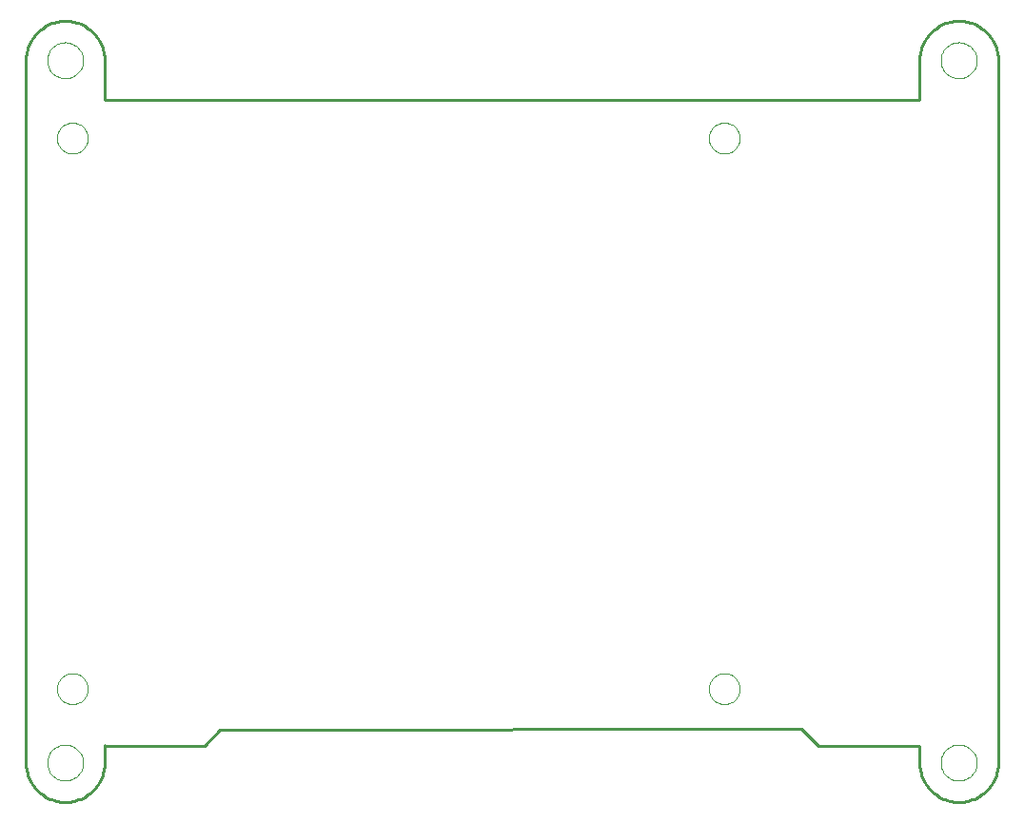
<source format=gbp>
G75*
G70*
%OFA0B0*%
%FSLAX24Y24*%
%IPPOS*%
%LPD*%
%AMOC8*
5,1,8,0,0,1.08239X$1,22.5*
%
%ADD10C,0.0000*%
%ADD11C,0.0100*%
D10*
X002501Y002916D02*
X002503Y002966D01*
X002509Y003016D01*
X002519Y003065D01*
X002533Y003113D01*
X002550Y003160D01*
X002571Y003205D01*
X002596Y003249D01*
X002624Y003290D01*
X002656Y003329D01*
X002690Y003366D01*
X002727Y003400D01*
X002767Y003430D01*
X002809Y003457D01*
X002853Y003481D01*
X002899Y003502D01*
X002946Y003518D01*
X002994Y003531D01*
X003044Y003540D01*
X003093Y003545D01*
X003144Y003546D01*
X003194Y003543D01*
X003243Y003536D01*
X003292Y003525D01*
X003340Y003510D01*
X003386Y003492D01*
X003431Y003470D01*
X003474Y003444D01*
X003515Y003415D01*
X003554Y003383D01*
X003590Y003348D01*
X003622Y003310D01*
X003652Y003270D01*
X003679Y003227D01*
X003702Y003183D01*
X003721Y003137D01*
X003737Y003089D01*
X003749Y003040D01*
X003757Y002991D01*
X003761Y002941D01*
X003761Y002891D01*
X003757Y002841D01*
X003749Y002792D01*
X003737Y002743D01*
X003721Y002695D01*
X003702Y002649D01*
X003679Y002605D01*
X003652Y002562D01*
X003622Y002522D01*
X003590Y002484D01*
X003554Y002449D01*
X003515Y002417D01*
X003474Y002388D01*
X003431Y002362D01*
X003386Y002340D01*
X003340Y002322D01*
X003292Y002307D01*
X003243Y002296D01*
X003194Y002289D01*
X003144Y002286D01*
X003093Y002287D01*
X003044Y002292D01*
X002994Y002301D01*
X002946Y002314D01*
X002899Y002330D01*
X002853Y002351D01*
X002809Y002375D01*
X002767Y002402D01*
X002727Y002432D01*
X002690Y002466D01*
X002656Y002503D01*
X002624Y002542D01*
X002596Y002583D01*
X002571Y002627D01*
X002550Y002672D01*
X002533Y002719D01*
X002519Y002767D01*
X002509Y002816D01*
X002503Y002866D01*
X002501Y002916D01*
X002842Y005502D02*
X002844Y005548D01*
X002850Y005593D01*
X002859Y005638D01*
X002873Y005682D01*
X002890Y005725D01*
X002911Y005766D01*
X002935Y005805D01*
X002962Y005842D01*
X002992Y005876D01*
X003026Y005908D01*
X003061Y005937D01*
X003099Y005963D01*
X003139Y005985D01*
X003181Y006004D01*
X003225Y006019D01*
X003269Y006031D01*
X003314Y006039D01*
X003360Y006043D01*
X003406Y006043D01*
X003452Y006039D01*
X003497Y006031D01*
X003541Y006019D01*
X003585Y006004D01*
X003627Y005985D01*
X003667Y005963D01*
X003705Y005937D01*
X003740Y005908D01*
X003774Y005876D01*
X003804Y005842D01*
X003831Y005805D01*
X003855Y005766D01*
X003876Y005725D01*
X003893Y005682D01*
X003907Y005638D01*
X003916Y005593D01*
X003922Y005548D01*
X003924Y005502D01*
X003922Y005456D01*
X003916Y005411D01*
X003907Y005366D01*
X003893Y005322D01*
X003876Y005279D01*
X003855Y005238D01*
X003831Y005199D01*
X003804Y005162D01*
X003774Y005128D01*
X003740Y005096D01*
X003705Y005067D01*
X003667Y005041D01*
X003627Y005019D01*
X003585Y005000D01*
X003541Y004985D01*
X003497Y004973D01*
X003452Y004965D01*
X003406Y004961D01*
X003360Y004961D01*
X003314Y004965D01*
X003269Y004973D01*
X003225Y004985D01*
X003181Y005000D01*
X003139Y005019D01*
X003099Y005041D01*
X003061Y005067D01*
X003026Y005096D01*
X002992Y005128D01*
X002962Y005162D01*
X002935Y005199D01*
X002911Y005238D01*
X002890Y005279D01*
X002873Y005322D01*
X002859Y005366D01*
X002850Y005411D01*
X002844Y005456D01*
X002842Y005502D01*
X025676Y005502D02*
X025678Y005548D01*
X025684Y005593D01*
X025693Y005638D01*
X025707Y005682D01*
X025724Y005725D01*
X025745Y005766D01*
X025769Y005805D01*
X025796Y005842D01*
X025826Y005876D01*
X025860Y005908D01*
X025895Y005937D01*
X025933Y005963D01*
X025973Y005985D01*
X026015Y006004D01*
X026059Y006019D01*
X026103Y006031D01*
X026148Y006039D01*
X026194Y006043D01*
X026240Y006043D01*
X026286Y006039D01*
X026331Y006031D01*
X026375Y006019D01*
X026419Y006004D01*
X026461Y005985D01*
X026501Y005963D01*
X026539Y005937D01*
X026574Y005908D01*
X026608Y005876D01*
X026638Y005842D01*
X026665Y005805D01*
X026689Y005766D01*
X026710Y005725D01*
X026727Y005682D01*
X026741Y005638D01*
X026750Y005593D01*
X026756Y005548D01*
X026758Y005502D01*
X026756Y005456D01*
X026750Y005411D01*
X026741Y005366D01*
X026727Y005322D01*
X026710Y005279D01*
X026689Y005238D01*
X026665Y005199D01*
X026638Y005162D01*
X026608Y005128D01*
X026574Y005096D01*
X026539Y005067D01*
X026501Y005041D01*
X026461Y005019D01*
X026419Y005000D01*
X026375Y004985D01*
X026331Y004973D01*
X026286Y004965D01*
X026240Y004961D01*
X026194Y004961D01*
X026148Y004965D01*
X026103Y004973D01*
X026059Y004985D01*
X026015Y005000D01*
X025973Y005019D01*
X025933Y005041D01*
X025895Y005067D01*
X025860Y005096D01*
X025826Y005128D01*
X025796Y005162D01*
X025769Y005199D01*
X025745Y005238D01*
X025724Y005279D01*
X025707Y005322D01*
X025693Y005366D01*
X025684Y005411D01*
X025678Y005456D01*
X025676Y005502D01*
X033800Y002916D02*
X033802Y002966D01*
X033808Y003016D01*
X033818Y003065D01*
X033832Y003113D01*
X033849Y003160D01*
X033870Y003205D01*
X033895Y003249D01*
X033923Y003290D01*
X033955Y003329D01*
X033989Y003366D01*
X034026Y003400D01*
X034066Y003430D01*
X034108Y003457D01*
X034152Y003481D01*
X034198Y003502D01*
X034245Y003518D01*
X034293Y003531D01*
X034343Y003540D01*
X034392Y003545D01*
X034443Y003546D01*
X034493Y003543D01*
X034542Y003536D01*
X034591Y003525D01*
X034639Y003510D01*
X034685Y003492D01*
X034730Y003470D01*
X034773Y003444D01*
X034814Y003415D01*
X034853Y003383D01*
X034889Y003348D01*
X034921Y003310D01*
X034951Y003270D01*
X034978Y003227D01*
X035001Y003183D01*
X035020Y003137D01*
X035036Y003089D01*
X035048Y003040D01*
X035056Y002991D01*
X035060Y002941D01*
X035060Y002891D01*
X035056Y002841D01*
X035048Y002792D01*
X035036Y002743D01*
X035020Y002695D01*
X035001Y002649D01*
X034978Y002605D01*
X034951Y002562D01*
X034921Y002522D01*
X034889Y002484D01*
X034853Y002449D01*
X034814Y002417D01*
X034773Y002388D01*
X034730Y002362D01*
X034685Y002340D01*
X034639Y002322D01*
X034591Y002307D01*
X034542Y002296D01*
X034493Y002289D01*
X034443Y002286D01*
X034392Y002287D01*
X034343Y002292D01*
X034293Y002301D01*
X034245Y002314D01*
X034198Y002330D01*
X034152Y002351D01*
X034108Y002375D01*
X034066Y002402D01*
X034026Y002432D01*
X033989Y002466D01*
X033955Y002503D01*
X033923Y002542D01*
X033895Y002583D01*
X033870Y002627D01*
X033849Y002672D01*
X033832Y002719D01*
X033818Y002767D01*
X033808Y002816D01*
X033802Y002866D01*
X033800Y002916D01*
X025676Y024793D02*
X025678Y024839D01*
X025684Y024884D01*
X025693Y024929D01*
X025707Y024973D01*
X025724Y025016D01*
X025745Y025057D01*
X025769Y025096D01*
X025796Y025133D01*
X025826Y025167D01*
X025860Y025199D01*
X025895Y025228D01*
X025933Y025254D01*
X025973Y025276D01*
X026015Y025295D01*
X026059Y025310D01*
X026103Y025322D01*
X026148Y025330D01*
X026194Y025334D01*
X026240Y025334D01*
X026286Y025330D01*
X026331Y025322D01*
X026375Y025310D01*
X026419Y025295D01*
X026461Y025276D01*
X026501Y025254D01*
X026539Y025228D01*
X026574Y025199D01*
X026608Y025167D01*
X026638Y025133D01*
X026665Y025096D01*
X026689Y025057D01*
X026710Y025016D01*
X026727Y024973D01*
X026741Y024929D01*
X026750Y024884D01*
X026756Y024839D01*
X026758Y024793D01*
X026756Y024747D01*
X026750Y024702D01*
X026741Y024657D01*
X026727Y024613D01*
X026710Y024570D01*
X026689Y024529D01*
X026665Y024490D01*
X026638Y024453D01*
X026608Y024419D01*
X026574Y024387D01*
X026539Y024358D01*
X026501Y024332D01*
X026461Y024310D01*
X026419Y024291D01*
X026375Y024276D01*
X026331Y024264D01*
X026286Y024256D01*
X026240Y024252D01*
X026194Y024252D01*
X026148Y024256D01*
X026103Y024264D01*
X026059Y024276D01*
X026015Y024291D01*
X025973Y024310D01*
X025933Y024332D01*
X025895Y024358D01*
X025860Y024387D01*
X025826Y024419D01*
X025796Y024453D01*
X025769Y024490D01*
X025745Y024529D01*
X025724Y024570D01*
X025707Y024613D01*
X025693Y024657D01*
X025684Y024702D01*
X025678Y024747D01*
X025676Y024793D01*
X033800Y027522D02*
X033802Y027572D01*
X033808Y027622D01*
X033818Y027671D01*
X033832Y027719D01*
X033849Y027766D01*
X033870Y027811D01*
X033895Y027855D01*
X033923Y027896D01*
X033955Y027935D01*
X033989Y027972D01*
X034026Y028006D01*
X034066Y028036D01*
X034108Y028063D01*
X034152Y028087D01*
X034198Y028108D01*
X034245Y028124D01*
X034293Y028137D01*
X034343Y028146D01*
X034392Y028151D01*
X034443Y028152D01*
X034493Y028149D01*
X034542Y028142D01*
X034591Y028131D01*
X034639Y028116D01*
X034685Y028098D01*
X034730Y028076D01*
X034773Y028050D01*
X034814Y028021D01*
X034853Y027989D01*
X034889Y027954D01*
X034921Y027916D01*
X034951Y027876D01*
X034978Y027833D01*
X035001Y027789D01*
X035020Y027743D01*
X035036Y027695D01*
X035048Y027646D01*
X035056Y027597D01*
X035060Y027547D01*
X035060Y027497D01*
X035056Y027447D01*
X035048Y027398D01*
X035036Y027349D01*
X035020Y027301D01*
X035001Y027255D01*
X034978Y027211D01*
X034951Y027168D01*
X034921Y027128D01*
X034889Y027090D01*
X034853Y027055D01*
X034814Y027023D01*
X034773Y026994D01*
X034730Y026968D01*
X034685Y026946D01*
X034639Y026928D01*
X034591Y026913D01*
X034542Y026902D01*
X034493Y026895D01*
X034443Y026892D01*
X034392Y026893D01*
X034343Y026898D01*
X034293Y026907D01*
X034245Y026920D01*
X034198Y026936D01*
X034152Y026957D01*
X034108Y026981D01*
X034066Y027008D01*
X034026Y027038D01*
X033989Y027072D01*
X033955Y027109D01*
X033923Y027148D01*
X033895Y027189D01*
X033870Y027233D01*
X033849Y027278D01*
X033832Y027325D01*
X033818Y027373D01*
X033808Y027422D01*
X033802Y027472D01*
X033800Y027522D01*
X002842Y024793D02*
X002844Y024839D01*
X002850Y024884D01*
X002859Y024929D01*
X002873Y024973D01*
X002890Y025016D01*
X002911Y025057D01*
X002935Y025096D01*
X002962Y025133D01*
X002992Y025167D01*
X003026Y025199D01*
X003061Y025228D01*
X003099Y025254D01*
X003139Y025276D01*
X003181Y025295D01*
X003225Y025310D01*
X003269Y025322D01*
X003314Y025330D01*
X003360Y025334D01*
X003406Y025334D01*
X003452Y025330D01*
X003497Y025322D01*
X003541Y025310D01*
X003585Y025295D01*
X003627Y025276D01*
X003667Y025254D01*
X003705Y025228D01*
X003740Y025199D01*
X003774Y025167D01*
X003804Y025133D01*
X003831Y025096D01*
X003855Y025057D01*
X003876Y025016D01*
X003893Y024973D01*
X003907Y024929D01*
X003916Y024884D01*
X003922Y024839D01*
X003924Y024793D01*
X003922Y024747D01*
X003916Y024702D01*
X003907Y024657D01*
X003893Y024613D01*
X003876Y024570D01*
X003855Y024529D01*
X003831Y024490D01*
X003804Y024453D01*
X003774Y024419D01*
X003740Y024387D01*
X003705Y024358D01*
X003667Y024332D01*
X003627Y024310D01*
X003585Y024291D01*
X003541Y024276D01*
X003497Y024264D01*
X003452Y024256D01*
X003406Y024252D01*
X003360Y024252D01*
X003314Y024256D01*
X003269Y024264D01*
X003225Y024276D01*
X003181Y024291D01*
X003139Y024310D01*
X003099Y024332D01*
X003061Y024358D01*
X003026Y024387D01*
X002992Y024419D01*
X002962Y024453D01*
X002935Y024490D01*
X002911Y024529D01*
X002890Y024570D01*
X002873Y024613D01*
X002859Y024657D01*
X002850Y024702D01*
X002844Y024747D01*
X002842Y024793D01*
X002501Y027522D02*
X002503Y027572D01*
X002509Y027622D01*
X002519Y027671D01*
X002533Y027719D01*
X002550Y027766D01*
X002571Y027811D01*
X002596Y027855D01*
X002624Y027896D01*
X002656Y027935D01*
X002690Y027972D01*
X002727Y028006D01*
X002767Y028036D01*
X002809Y028063D01*
X002853Y028087D01*
X002899Y028108D01*
X002946Y028124D01*
X002994Y028137D01*
X003044Y028146D01*
X003093Y028151D01*
X003144Y028152D01*
X003194Y028149D01*
X003243Y028142D01*
X003292Y028131D01*
X003340Y028116D01*
X003386Y028098D01*
X003431Y028076D01*
X003474Y028050D01*
X003515Y028021D01*
X003554Y027989D01*
X003590Y027954D01*
X003622Y027916D01*
X003652Y027876D01*
X003679Y027833D01*
X003702Y027789D01*
X003721Y027743D01*
X003737Y027695D01*
X003749Y027646D01*
X003757Y027597D01*
X003761Y027547D01*
X003761Y027497D01*
X003757Y027447D01*
X003749Y027398D01*
X003737Y027349D01*
X003721Y027301D01*
X003702Y027255D01*
X003679Y027211D01*
X003652Y027168D01*
X003622Y027128D01*
X003590Y027090D01*
X003554Y027055D01*
X003515Y027023D01*
X003474Y026994D01*
X003431Y026968D01*
X003386Y026946D01*
X003340Y026928D01*
X003292Y026913D01*
X003243Y026902D01*
X003194Y026895D01*
X003144Y026892D01*
X003093Y026893D01*
X003044Y026898D01*
X002994Y026907D01*
X002946Y026920D01*
X002899Y026936D01*
X002853Y026957D01*
X002809Y026981D01*
X002767Y027008D01*
X002727Y027038D01*
X002690Y027072D01*
X002656Y027109D01*
X002624Y027148D01*
X002596Y027189D01*
X002571Y027233D01*
X002550Y027278D01*
X002533Y027325D01*
X002519Y027373D01*
X002509Y027422D01*
X002503Y027472D01*
X002501Y027522D01*
D11*
X001753Y027522D02*
X001753Y002916D01*
X001755Y002843D01*
X001761Y002770D01*
X001771Y002697D01*
X001784Y002625D01*
X001802Y002553D01*
X001823Y002483D01*
X001848Y002414D01*
X001876Y002347D01*
X001908Y002281D01*
X001944Y002216D01*
X001983Y002154D01*
X002025Y002094D01*
X002070Y002036D01*
X002118Y001981D01*
X002170Y001929D01*
X002224Y001879D01*
X002280Y001832D01*
X002339Y001788D01*
X002400Y001748D01*
X002463Y001711D01*
X002528Y001677D01*
X002595Y001646D01*
X002664Y001620D01*
X002733Y001597D01*
X002804Y001577D01*
X002876Y001562D01*
X002948Y001550D01*
X003021Y001542D01*
X003094Y001538D01*
X003168Y001538D01*
X003241Y001542D01*
X003314Y001550D01*
X003386Y001562D01*
X003458Y001577D01*
X003529Y001597D01*
X003598Y001620D01*
X003667Y001646D01*
X003734Y001677D01*
X003799Y001711D01*
X003862Y001748D01*
X003923Y001788D01*
X003982Y001832D01*
X004038Y001879D01*
X004092Y001929D01*
X004144Y001981D01*
X004192Y002036D01*
X004237Y002094D01*
X004279Y002154D01*
X004318Y002216D01*
X004354Y002281D01*
X004386Y002347D01*
X004414Y002414D01*
X004439Y002483D01*
X004460Y002553D01*
X004478Y002625D01*
X004491Y002697D01*
X004501Y002770D01*
X004507Y002843D01*
X004509Y002916D01*
X004509Y003500D01*
X004531Y003523D01*
X004507Y003514D02*
X008050Y003514D01*
X008020Y003514D02*
X004567Y003514D01*
X004509Y003500D01*
X008020Y003514D02*
X008565Y004060D01*
X028909Y004097D01*
X029499Y003507D01*
X033052Y003507D01*
X033036Y003495D01*
X033052Y003506D01*
X029509Y003506D01*
X033052Y003506D02*
X033052Y002916D01*
X033054Y002843D01*
X033060Y002770D01*
X033070Y002697D01*
X033083Y002625D01*
X033101Y002553D01*
X033122Y002483D01*
X033147Y002414D01*
X033175Y002347D01*
X033207Y002281D01*
X033243Y002216D01*
X033282Y002154D01*
X033324Y002094D01*
X033369Y002036D01*
X033417Y001981D01*
X033469Y001929D01*
X033523Y001879D01*
X033579Y001832D01*
X033638Y001788D01*
X033699Y001748D01*
X033762Y001711D01*
X033827Y001677D01*
X033894Y001646D01*
X033963Y001620D01*
X034032Y001597D01*
X034103Y001577D01*
X034175Y001562D01*
X034247Y001550D01*
X034320Y001542D01*
X034393Y001538D01*
X034467Y001538D01*
X034540Y001542D01*
X034613Y001550D01*
X034685Y001562D01*
X034757Y001577D01*
X034828Y001597D01*
X034897Y001620D01*
X034966Y001646D01*
X035033Y001677D01*
X035098Y001711D01*
X035161Y001748D01*
X035222Y001788D01*
X035281Y001832D01*
X035337Y001879D01*
X035391Y001929D01*
X035443Y001981D01*
X035491Y002036D01*
X035536Y002094D01*
X035578Y002154D01*
X035617Y002216D01*
X035653Y002281D01*
X035685Y002347D01*
X035713Y002414D01*
X035738Y002483D01*
X035759Y002553D01*
X035777Y002625D01*
X035790Y002697D01*
X035800Y002770D01*
X035806Y002843D01*
X035808Y002916D01*
X035808Y027522D01*
X035806Y027595D01*
X035800Y027668D01*
X035790Y027741D01*
X035777Y027813D01*
X035759Y027885D01*
X035738Y027955D01*
X035713Y028024D01*
X035685Y028091D01*
X035653Y028157D01*
X035617Y028222D01*
X035578Y028284D01*
X035536Y028344D01*
X035491Y028402D01*
X035443Y028457D01*
X035391Y028509D01*
X035337Y028559D01*
X035281Y028606D01*
X035222Y028650D01*
X035161Y028690D01*
X035098Y028727D01*
X035033Y028761D01*
X034966Y028792D01*
X034897Y028818D01*
X034828Y028841D01*
X034757Y028861D01*
X034685Y028876D01*
X034613Y028888D01*
X034540Y028896D01*
X034467Y028900D01*
X034393Y028900D01*
X034320Y028896D01*
X034247Y028888D01*
X034175Y028876D01*
X034103Y028861D01*
X034032Y028841D01*
X033963Y028818D01*
X033894Y028792D01*
X033827Y028761D01*
X033762Y028727D01*
X033699Y028690D01*
X033638Y028650D01*
X033579Y028606D01*
X033523Y028559D01*
X033469Y028509D01*
X033417Y028457D01*
X033369Y028402D01*
X033324Y028344D01*
X033282Y028284D01*
X033243Y028222D01*
X033207Y028157D01*
X033175Y028091D01*
X033147Y028024D01*
X033122Y027955D01*
X033101Y027885D01*
X033083Y027813D01*
X033070Y027741D01*
X033060Y027668D01*
X033054Y027595D01*
X033052Y027522D01*
X033052Y026144D01*
X004509Y026144D01*
X004509Y027522D01*
X004507Y027595D01*
X004501Y027668D01*
X004491Y027741D01*
X004478Y027813D01*
X004460Y027885D01*
X004439Y027955D01*
X004414Y028024D01*
X004386Y028091D01*
X004354Y028157D01*
X004318Y028222D01*
X004279Y028284D01*
X004237Y028344D01*
X004192Y028402D01*
X004144Y028457D01*
X004092Y028509D01*
X004038Y028559D01*
X003982Y028606D01*
X003923Y028650D01*
X003862Y028690D01*
X003799Y028727D01*
X003734Y028761D01*
X003667Y028792D01*
X003598Y028818D01*
X003529Y028841D01*
X003458Y028861D01*
X003386Y028876D01*
X003314Y028888D01*
X003241Y028896D01*
X003168Y028900D01*
X003094Y028900D01*
X003021Y028896D01*
X002948Y028888D01*
X002876Y028876D01*
X002804Y028861D01*
X002733Y028841D01*
X002664Y028818D01*
X002595Y028792D01*
X002528Y028761D01*
X002463Y028727D01*
X002400Y028690D01*
X002339Y028650D01*
X002280Y028606D01*
X002224Y028559D01*
X002170Y028509D01*
X002118Y028457D01*
X002070Y028402D01*
X002025Y028344D01*
X001983Y028284D01*
X001944Y028222D01*
X001908Y028157D01*
X001876Y028091D01*
X001848Y028024D01*
X001823Y027955D01*
X001802Y027885D01*
X001784Y027813D01*
X001771Y027741D01*
X001761Y027668D01*
X001755Y027595D01*
X001753Y027522D01*
M02*

</source>
